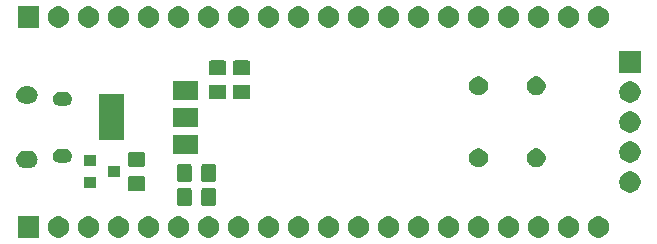
<source format=gbr>
G04 #@! TF.GenerationSoftware,KiCad,Pcbnew,(5.1.5)-3*
G04 #@! TF.CreationDate,2020-07-09T12:28:23-03:00*
G04 #@! TF.ProjectId,UFRGS PILL,55465247-5320-4504-994c-4c2e6b696361,0.1*
G04 #@! TF.SameCoordinates,Original*
G04 #@! TF.FileFunction,Soldermask,Bot*
G04 #@! TF.FilePolarity,Negative*
%FSLAX46Y46*%
G04 Gerber Fmt 4.6, Leading zero omitted, Abs format (unit mm)*
G04 Created by KiCad (PCBNEW (5.1.5)-3) date 2020-07-09 12:28:23*
%MOMM*%
%LPD*%
G04 APERTURE LIST*
%ADD10C,0.100000*%
G04 APERTURE END LIST*
D10*
G36*
X149211512Y-55745927D02*
G01*
X149360812Y-55775624D01*
X149524784Y-55843544D01*
X149672354Y-55942147D01*
X149797853Y-56067646D01*
X149896456Y-56215216D01*
X149964376Y-56379188D01*
X149999000Y-56553259D01*
X149999000Y-56730741D01*
X149964376Y-56904812D01*
X149896456Y-57068784D01*
X149797853Y-57216354D01*
X149672354Y-57341853D01*
X149524784Y-57440456D01*
X149360812Y-57508376D01*
X149211512Y-57538073D01*
X149186742Y-57543000D01*
X149009258Y-57543000D01*
X148984488Y-57538073D01*
X148835188Y-57508376D01*
X148671216Y-57440456D01*
X148523646Y-57341853D01*
X148398147Y-57216354D01*
X148299544Y-57068784D01*
X148231624Y-56904812D01*
X148197000Y-56730741D01*
X148197000Y-56553259D01*
X148231624Y-56379188D01*
X148299544Y-56215216D01*
X148398147Y-56067646D01*
X148523646Y-55942147D01*
X148671216Y-55843544D01*
X148835188Y-55775624D01*
X148984488Y-55745927D01*
X149009258Y-55741000D01*
X149186742Y-55741000D01*
X149211512Y-55745927D01*
G37*
G36*
X131431512Y-55745927D02*
G01*
X131580812Y-55775624D01*
X131744784Y-55843544D01*
X131892354Y-55942147D01*
X132017853Y-56067646D01*
X132116456Y-56215216D01*
X132184376Y-56379188D01*
X132219000Y-56553259D01*
X132219000Y-56730741D01*
X132184376Y-56904812D01*
X132116456Y-57068784D01*
X132017853Y-57216354D01*
X131892354Y-57341853D01*
X131744784Y-57440456D01*
X131580812Y-57508376D01*
X131431512Y-57538073D01*
X131406742Y-57543000D01*
X131229258Y-57543000D01*
X131204488Y-57538073D01*
X131055188Y-57508376D01*
X130891216Y-57440456D01*
X130743646Y-57341853D01*
X130618147Y-57216354D01*
X130519544Y-57068784D01*
X130451624Y-56904812D01*
X130417000Y-56730741D01*
X130417000Y-56553259D01*
X130451624Y-56379188D01*
X130519544Y-56215216D01*
X130618147Y-56067646D01*
X130743646Y-55942147D01*
X130891216Y-55843544D01*
X131055188Y-55775624D01*
X131204488Y-55745927D01*
X131229258Y-55741000D01*
X131406742Y-55741000D01*
X131431512Y-55745927D01*
G37*
G36*
X154291512Y-55745927D02*
G01*
X154440812Y-55775624D01*
X154604784Y-55843544D01*
X154752354Y-55942147D01*
X154877853Y-56067646D01*
X154976456Y-56215216D01*
X155044376Y-56379188D01*
X155079000Y-56553259D01*
X155079000Y-56730741D01*
X155044376Y-56904812D01*
X154976456Y-57068784D01*
X154877853Y-57216354D01*
X154752354Y-57341853D01*
X154604784Y-57440456D01*
X154440812Y-57508376D01*
X154291512Y-57538073D01*
X154266742Y-57543000D01*
X154089258Y-57543000D01*
X154064488Y-57538073D01*
X153915188Y-57508376D01*
X153751216Y-57440456D01*
X153603646Y-57341853D01*
X153478147Y-57216354D01*
X153379544Y-57068784D01*
X153311624Y-56904812D01*
X153277000Y-56730741D01*
X153277000Y-56553259D01*
X153311624Y-56379188D01*
X153379544Y-56215216D01*
X153478147Y-56067646D01*
X153603646Y-55942147D01*
X153751216Y-55843544D01*
X153915188Y-55775624D01*
X154064488Y-55745927D01*
X154089258Y-55741000D01*
X154266742Y-55741000D01*
X154291512Y-55745927D01*
G37*
G36*
X146671512Y-55745927D02*
G01*
X146820812Y-55775624D01*
X146984784Y-55843544D01*
X147132354Y-55942147D01*
X147257853Y-56067646D01*
X147356456Y-56215216D01*
X147424376Y-56379188D01*
X147459000Y-56553259D01*
X147459000Y-56730741D01*
X147424376Y-56904812D01*
X147356456Y-57068784D01*
X147257853Y-57216354D01*
X147132354Y-57341853D01*
X146984784Y-57440456D01*
X146820812Y-57508376D01*
X146671512Y-57538073D01*
X146646742Y-57543000D01*
X146469258Y-57543000D01*
X146444488Y-57538073D01*
X146295188Y-57508376D01*
X146131216Y-57440456D01*
X145983646Y-57341853D01*
X145858147Y-57216354D01*
X145759544Y-57068784D01*
X145691624Y-56904812D01*
X145657000Y-56730741D01*
X145657000Y-56553259D01*
X145691624Y-56379188D01*
X145759544Y-56215216D01*
X145858147Y-56067646D01*
X145983646Y-55942147D01*
X146131216Y-55843544D01*
X146295188Y-55775624D01*
X146444488Y-55745927D01*
X146469258Y-55741000D01*
X146646742Y-55741000D01*
X146671512Y-55745927D01*
G37*
G36*
X144131512Y-55745927D02*
G01*
X144280812Y-55775624D01*
X144444784Y-55843544D01*
X144592354Y-55942147D01*
X144717853Y-56067646D01*
X144816456Y-56215216D01*
X144884376Y-56379188D01*
X144919000Y-56553259D01*
X144919000Y-56730741D01*
X144884376Y-56904812D01*
X144816456Y-57068784D01*
X144717853Y-57216354D01*
X144592354Y-57341853D01*
X144444784Y-57440456D01*
X144280812Y-57508376D01*
X144131512Y-57538073D01*
X144106742Y-57543000D01*
X143929258Y-57543000D01*
X143904488Y-57538073D01*
X143755188Y-57508376D01*
X143591216Y-57440456D01*
X143443646Y-57341853D01*
X143318147Y-57216354D01*
X143219544Y-57068784D01*
X143151624Y-56904812D01*
X143117000Y-56730741D01*
X143117000Y-56553259D01*
X143151624Y-56379188D01*
X143219544Y-56215216D01*
X143318147Y-56067646D01*
X143443646Y-55942147D01*
X143591216Y-55843544D01*
X143755188Y-55775624D01*
X143904488Y-55745927D01*
X143929258Y-55741000D01*
X144106742Y-55741000D01*
X144131512Y-55745927D01*
G37*
G36*
X141591512Y-55745927D02*
G01*
X141740812Y-55775624D01*
X141904784Y-55843544D01*
X142052354Y-55942147D01*
X142177853Y-56067646D01*
X142276456Y-56215216D01*
X142344376Y-56379188D01*
X142379000Y-56553259D01*
X142379000Y-56730741D01*
X142344376Y-56904812D01*
X142276456Y-57068784D01*
X142177853Y-57216354D01*
X142052354Y-57341853D01*
X141904784Y-57440456D01*
X141740812Y-57508376D01*
X141591512Y-57538073D01*
X141566742Y-57543000D01*
X141389258Y-57543000D01*
X141364488Y-57538073D01*
X141215188Y-57508376D01*
X141051216Y-57440456D01*
X140903646Y-57341853D01*
X140778147Y-57216354D01*
X140679544Y-57068784D01*
X140611624Y-56904812D01*
X140577000Y-56730741D01*
X140577000Y-56553259D01*
X140611624Y-56379188D01*
X140679544Y-56215216D01*
X140778147Y-56067646D01*
X140903646Y-55942147D01*
X141051216Y-55843544D01*
X141215188Y-55775624D01*
X141364488Y-55745927D01*
X141389258Y-55741000D01*
X141566742Y-55741000D01*
X141591512Y-55745927D01*
G37*
G36*
X139051512Y-55745927D02*
G01*
X139200812Y-55775624D01*
X139364784Y-55843544D01*
X139512354Y-55942147D01*
X139637853Y-56067646D01*
X139736456Y-56215216D01*
X139804376Y-56379188D01*
X139839000Y-56553259D01*
X139839000Y-56730741D01*
X139804376Y-56904812D01*
X139736456Y-57068784D01*
X139637853Y-57216354D01*
X139512354Y-57341853D01*
X139364784Y-57440456D01*
X139200812Y-57508376D01*
X139051512Y-57538073D01*
X139026742Y-57543000D01*
X138849258Y-57543000D01*
X138824488Y-57538073D01*
X138675188Y-57508376D01*
X138511216Y-57440456D01*
X138363646Y-57341853D01*
X138238147Y-57216354D01*
X138139544Y-57068784D01*
X138071624Y-56904812D01*
X138037000Y-56730741D01*
X138037000Y-56553259D01*
X138071624Y-56379188D01*
X138139544Y-56215216D01*
X138238147Y-56067646D01*
X138363646Y-55942147D01*
X138511216Y-55843544D01*
X138675188Y-55775624D01*
X138824488Y-55745927D01*
X138849258Y-55741000D01*
X139026742Y-55741000D01*
X139051512Y-55745927D01*
G37*
G36*
X136511512Y-55745927D02*
G01*
X136660812Y-55775624D01*
X136824784Y-55843544D01*
X136972354Y-55942147D01*
X137097853Y-56067646D01*
X137196456Y-56215216D01*
X137264376Y-56379188D01*
X137299000Y-56553259D01*
X137299000Y-56730741D01*
X137264376Y-56904812D01*
X137196456Y-57068784D01*
X137097853Y-57216354D01*
X136972354Y-57341853D01*
X136824784Y-57440456D01*
X136660812Y-57508376D01*
X136511512Y-57538073D01*
X136486742Y-57543000D01*
X136309258Y-57543000D01*
X136284488Y-57538073D01*
X136135188Y-57508376D01*
X135971216Y-57440456D01*
X135823646Y-57341853D01*
X135698147Y-57216354D01*
X135599544Y-57068784D01*
X135531624Y-56904812D01*
X135497000Y-56730741D01*
X135497000Y-56553259D01*
X135531624Y-56379188D01*
X135599544Y-56215216D01*
X135698147Y-56067646D01*
X135823646Y-55942147D01*
X135971216Y-55843544D01*
X136135188Y-55775624D01*
X136284488Y-55745927D01*
X136309258Y-55741000D01*
X136486742Y-55741000D01*
X136511512Y-55745927D01*
G37*
G36*
X133971512Y-55745927D02*
G01*
X134120812Y-55775624D01*
X134284784Y-55843544D01*
X134432354Y-55942147D01*
X134557853Y-56067646D01*
X134656456Y-56215216D01*
X134724376Y-56379188D01*
X134759000Y-56553259D01*
X134759000Y-56730741D01*
X134724376Y-56904812D01*
X134656456Y-57068784D01*
X134557853Y-57216354D01*
X134432354Y-57341853D01*
X134284784Y-57440456D01*
X134120812Y-57508376D01*
X133971512Y-57538073D01*
X133946742Y-57543000D01*
X133769258Y-57543000D01*
X133744488Y-57538073D01*
X133595188Y-57508376D01*
X133431216Y-57440456D01*
X133283646Y-57341853D01*
X133158147Y-57216354D01*
X133059544Y-57068784D01*
X132991624Y-56904812D01*
X132957000Y-56730741D01*
X132957000Y-56553259D01*
X132991624Y-56379188D01*
X133059544Y-56215216D01*
X133158147Y-56067646D01*
X133283646Y-55942147D01*
X133431216Y-55843544D01*
X133595188Y-55775624D01*
X133744488Y-55745927D01*
X133769258Y-55741000D01*
X133946742Y-55741000D01*
X133971512Y-55745927D01*
G37*
G36*
X151751512Y-55745927D02*
G01*
X151900812Y-55775624D01*
X152064784Y-55843544D01*
X152212354Y-55942147D01*
X152337853Y-56067646D01*
X152436456Y-56215216D01*
X152504376Y-56379188D01*
X152539000Y-56553259D01*
X152539000Y-56730741D01*
X152504376Y-56904812D01*
X152436456Y-57068784D01*
X152337853Y-57216354D01*
X152212354Y-57341853D01*
X152064784Y-57440456D01*
X151900812Y-57508376D01*
X151751512Y-57538073D01*
X151726742Y-57543000D01*
X151549258Y-57543000D01*
X151524488Y-57538073D01*
X151375188Y-57508376D01*
X151211216Y-57440456D01*
X151063646Y-57341853D01*
X150938147Y-57216354D01*
X150839544Y-57068784D01*
X150771624Y-56904812D01*
X150737000Y-56730741D01*
X150737000Y-56553259D01*
X150771624Y-56379188D01*
X150839544Y-56215216D01*
X150938147Y-56067646D01*
X151063646Y-55942147D01*
X151211216Y-55843544D01*
X151375188Y-55775624D01*
X151524488Y-55745927D01*
X151549258Y-55741000D01*
X151726742Y-55741000D01*
X151751512Y-55745927D01*
G37*
G36*
X126351512Y-55745927D02*
G01*
X126500812Y-55775624D01*
X126664784Y-55843544D01*
X126812354Y-55942147D01*
X126937853Y-56067646D01*
X127036456Y-56215216D01*
X127104376Y-56379188D01*
X127139000Y-56553259D01*
X127139000Y-56730741D01*
X127104376Y-56904812D01*
X127036456Y-57068784D01*
X126937853Y-57216354D01*
X126812354Y-57341853D01*
X126664784Y-57440456D01*
X126500812Y-57508376D01*
X126351512Y-57538073D01*
X126326742Y-57543000D01*
X126149258Y-57543000D01*
X126124488Y-57538073D01*
X125975188Y-57508376D01*
X125811216Y-57440456D01*
X125663646Y-57341853D01*
X125538147Y-57216354D01*
X125439544Y-57068784D01*
X125371624Y-56904812D01*
X125337000Y-56730741D01*
X125337000Y-56553259D01*
X125371624Y-56379188D01*
X125439544Y-56215216D01*
X125538147Y-56067646D01*
X125663646Y-55942147D01*
X125811216Y-55843544D01*
X125975188Y-55775624D01*
X126124488Y-55745927D01*
X126149258Y-55741000D01*
X126326742Y-55741000D01*
X126351512Y-55745927D01*
G37*
G36*
X106819000Y-57543000D02*
G01*
X105017000Y-57543000D01*
X105017000Y-55741000D01*
X106819000Y-55741000D01*
X106819000Y-57543000D01*
G37*
G36*
X108571512Y-55745927D02*
G01*
X108720812Y-55775624D01*
X108884784Y-55843544D01*
X109032354Y-55942147D01*
X109157853Y-56067646D01*
X109256456Y-56215216D01*
X109324376Y-56379188D01*
X109359000Y-56553259D01*
X109359000Y-56730741D01*
X109324376Y-56904812D01*
X109256456Y-57068784D01*
X109157853Y-57216354D01*
X109032354Y-57341853D01*
X108884784Y-57440456D01*
X108720812Y-57508376D01*
X108571512Y-57538073D01*
X108546742Y-57543000D01*
X108369258Y-57543000D01*
X108344488Y-57538073D01*
X108195188Y-57508376D01*
X108031216Y-57440456D01*
X107883646Y-57341853D01*
X107758147Y-57216354D01*
X107659544Y-57068784D01*
X107591624Y-56904812D01*
X107557000Y-56730741D01*
X107557000Y-56553259D01*
X107591624Y-56379188D01*
X107659544Y-56215216D01*
X107758147Y-56067646D01*
X107883646Y-55942147D01*
X108031216Y-55843544D01*
X108195188Y-55775624D01*
X108344488Y-55745927D01*
X108369258Y-55741000D01*
X108546742Y-55741000D01*
X108571512Y-55745927D01*
G37*
G36*
X111111512Y-55745927D02*
G01*
X111260812Y-55775624D01*
X111424784Y-55843544D01*
X111572354Y-55942147D01*
X111697853Y-56067646D01*
X111796456Y-56215216D01*
X111864376Y-56379188D01*
X111899000Y-56553259D01*
X111899000Y-56730741D01*
X111864376Y-56904812D01*
X111796456Y-57068784D01*
X111697853Y-57216354D01*
X111572354Y-57341853D01*
X111424784Y-57440456D01*
X111260812Y-57508376D01*
X111111512Y-57538073D01*
X111086742Y-57543000D01*
X110909258Y-57543000D01*
X110884488Y-57538073D01*
X110735188Y-57508376D01*
X110571216Y-57440456D01*
X110423646Y-57341853D01*
X110298147Y-57216354D01*
X110199544Y-57068784D01*
X110131624Y-56904812D01*
X110097000Y-56730741D01*
X110097000Y-56553259D01*
X110131624Y-56379188D01*
X110199544Y-56215216D01*
X110298147Y-56067646D01*
X110423646Y-55942147D01*
X110571216Y-55843544D01*
X110735188Y-55775624D01*
X110884488Y-55745927D01*
X110909258Y-55741000D01*
X111086742Y-55741000D01*
X111111512Y-55745927D01*
G37*
G36*
X113651512Y-55745927D02*
G01*
X113800812Y-55775624D01*
X113964784Y-55843544D01*
X114112354Y-55942147D01*
X114237853Y-56067646D01*
X114336456Y-56215216D01*
X114404376Y-56379188D01*
X114439000Y-56553259D01*
X114439000Y-56730741D01*
X114404376Y-56904812D01*
X114336456Y-57068784D01*
X114237853Y-57216354D01*
X114112354Y-57341853D01*
X113964784Y-57440456D01*
X113800812Y-57508376D01*
X113651512Y-57538073D01*
X113626742Y-57543000D01*
X113449258Y-57543000D01*
X113424488Y-57538073D01*
X113275188Y-57508376D01*
X113111216Y-57440456D01*
X112963646Y-57341853D01*
X112838147Y-57216354D01*
X112739544Y-57068784D01*
X112671624Y-56904812D01*
X112637000Y-56730741D01*
X112637000Y-56553259D01*
X112671624Y-56379188D01*
X112739544Y-56215216D01*
X112838147Y-56067646D01*
X112963646Y-55942147D01*
X113111216Y-55843544D01*
X113275188Y-55775624D01*
X113424488Y-55745927D01*
X113449258Y-55741000D01*
X113626742Y-55741000D01*
X113651512Y-55745927D01*
G37*
G36*
X118731512Y-55745927D02*
G01*
X118880812Y-55775624D01*
X119044784Y-55843544D01*
X119192354Y-55942147D01*
X119317853Y-56067646D01*
X119416456Y-56215216D01*
X119484376Y-56379188D01*
X119519000Y-56553259D01*
X119519000Y-56730741D01*
X119484376Y-56904812D01*
X119416456Y-57068784D01*
X119317853Y-57216354D01*
X119192354Y-57341853D01*
X119044784Y-57440456D01*
X118880812Y-57508376D01*
X118731512Y-57538073D01*
X118706742Y-57543000D01*
X118529258Y-57543000D01*
X118504488Y-57538073D01*
X118355188Y-57508376D01*
X118191216Y-57440456D01*
X118043646Y-57341853D01*
X117918147Y-57216354D01*
X117819544Y-57068784D01*
X117751624Y-56904812D01*
X117717000Y-56730741D01*
X117717000Y-56553259D01*
X117751624Y-56379188D01*
X117819544Y-56215216D01*
X117918147Y-56067646D01*
X118043646Y-55942147D01*
X118191216Y-55843544D01*
X118355188Y-55775624D01*
X118504488Y-55745927D01*
X118529258Y-55741000D01*
X118706742Y-55741000D01*
X118731512Y-55745927D01*
G37*
G36*
X128891512Y-55745927D02*
G01*
X129040812Y-55775624D01*
X129204784Y-55843544D01*
X129352354Y-55942147D01*
X129477853Y-56067646D01*
X129576456Y-56215216D01*
X129644376Y-56379188D01*
X129679000Y-56553259D01*
X129679000Y-56730741D01*
X129644376Y-56904812D01*
X129576456Y-57068784D01*
X129477853Y-57216354D01*
X129352354Y-57341853D01*
X129204784Y-57440456D01*
X129040812Y-57508376D01*
X128891512Y-57538073D01*
X128866742Y-57543000D01*
X128689258Y-57543000D01*
X128664488Y-57538073D01*
X128515188Y-57508376D01*
X128351216Y-57440456D01*
X128203646Y-57341853D01*
X128078147Y-57216354D01*
X127979544Y-57068784D01*
X127911624Y-56904812D01*
X127877000Y-56730741D01*
X127877000Y-56553259D01*
X127911624Y-56379188D01*
X127979544Y-56215216D01*
X128078147Y-56067646D01*
X128203646Y-55942147D01*
X128351216Y-55843544D01*
X128515188Y-55775624D01*
X128664488Y-55745927D01*
X128689258Y-55741000D01*
X128866742Y-55741000D01*
X128891512Y-55745927D01*
G37*
G36*
X123811512Y-55745927D02*
G01*
X123960812Y-55775624D01*
X124124784Y-55843544D01*
X124272354Y-55942147D01*
X124397853Y-56067646D01*
X124496456Y-56215216D01*
X124564376Y-56379188D01*
X124599000Y-56553259D01*
X124599000Y-56730741D01*
X124564376Y-56904812D01*
X124496456Y-57068784D01*
X124397853Y-57216354D01*
X124272354Y-57341853D01*
X124124784Y-57440456D01*
X123960812Y-57508376D01*
X123811512Y-57538073D01*
X123786742Y-57543000D01*
X123609258Y-57543000D01*
X123584488Y-57538073D01*
X123435188Y-57508376D01*
X123271216Y-57440456D01*
X123123646Y-57341853D01*
X122998147Y-57216354D01*
X122899544Y-57068784D01*
X122831624Y-56904812D01*
X122797000Y-56730741D01*
X122797000Y-56553259D01*
X122831624Y-56379188D01*
X122899544Y-56215216D01*
X122998147Y-56067646D01*
X123123646Y-55942147D01*
X123271216Y-55843544D01*
X123435188Y-55775624D01*
X123584488Y-55745927D01*
X123609258Y-55741000D01*
X123786742Y-55741000D01*
X123811512Y-55745927D01*
G37*
G36*
X121271512Y-55745927D02*
G01*
X121420812Y-55775624D01*
X121584784Y-55843544D01*
X121732354Y-55942147D01*
X121857853Y-56067646D01*
X121956456Y-56215216D01*
X122024376Y-56379188D01*
X122059000Y-56553259D01*
X122059000Y-56730741D01*
X122024376Y-56904812D01*
X121956456Y-57068784D01*
X121857853Y-57216354D01*
X121732354Y-57341853D01*
X121584784Y-57440456D01*
X121420812Y-57508376D01*
X121271512Y-57538073D01*
X121246742Y-57543000D01*
X121069258Y-57543000D01*
X121044488Y-57538073D01*
X120895188Y-57508376D01*
X120731216Y-57440456D01*
X120583646Y-57341853D01*
X120458147Y-57216354D01*
X120359544Y-57068784D01*
X120291624Y-56904812D01*
X120257000Y-56730741D01*
X120257000Y-56553259D01*
X120291624Y-56379188D01*
X120359544Y-56215216D01*
X120458147Y-56067646D01*
X120583646Y-55942147D01*
X120731216Y-55843544D01*
X120895188Y-55775624D01*
X121044488Y-55745927D01*
X121069258Y-55741000D01*
X121246742Y-55741000D01*
X121271512Y-55745927D01*
G37*
G36*
X116191512Y-55745927D02*
G01*
X116340812Y-55775624D01*
X116504784Y-55843544D01*
X116652354Y-55942147D01*
X116777853Y-56067646D01*
X116876456Y-56215216D01*
X116944376Y-56379188D01*
X116979000Y-56553259D01*
X116979000Y-56730741D01*
X116944376Y-56904812D01*
X116876456Y-57068784D01*
X116777853Y-57216354D01*
X116652354Y-57341853D01*
X116504784Y-57440456D01*
X116340812Y-57508376D01*
X116191512Y-57538073D01*
X116166742Y-57543000D01*
X115989258Y-57543000D01*
X115964488Y-57538073D01*
X115815188Y-57508376D01*
X115651216Y-57440456D01*
X115503646Y-57341853D01*
X115378147Y-57216354D01*
X115279544Y-57068784D01*
X115211624Y-56904812D01*
X115177000Y-56730741D01*
X115177000Y-56553259D01*
X115211624Y-56379188D01*
X115279544Y-56215216D01*
X115378147Y-56067646D01*
X115503646Y-55942147D01*
X115651216Y-55843544D01*
X115815188Y-55775624D01*
X115964488Y-55745927D01*
X115989258Y-55741000D01*
X116166742Y-55741000D01*
X116191512Y-55745927D01*
G37*
G36*
X121630674Y-53355465D02*
G01*
X121668367Y-53366899D01*
X121703103Y-53385466D01*
X121733548Y-53410452D01*
X121758534Y-53440897D01*
X121777101Y-53475633D01*
X121788535Y-53513326D01*
X121793000Y-53558661D01*
X121793000Y-54645339D01*
X121788535Y-54690674D01*
X121777101Y-54728367D01*
X121758534Y-54763103D01*
X121733548Y-54793548D01*
X121703103Y-54818534D01*
X121668367Y-54837101D01*
X121630674Y-54848535D01*
X121585339Y-54853000D01*
X120748661Y-54853000D01*
X120703326Y-54848535D01*
X120665633Y-54837101D01*
X120630897Y-54818534D01*
X120600452Y-54793548D01*
X120575466Y-54763103D01*
X120556899Y-54728367D01*
X120545465Y-54690674D01*
X120541000Y-54645339D01*
X120541000Y-53558661D01*
X120545465Y-53513326D01*
X120556899Y-53475633D01*
X120575466Y-53440897D01*
X120600452Y-53410452D01*
X120630897Y-53385466D01*
X120665633Y-53366899D01*
X120703326Y-53355465D01*
X120748661Y-53351000D01*
X121585339Y-53351000D01*
X121630674Y-53355465D01*
G37*
G36*
X119580674Y-53355465D02*
G01*
X119618367Y-53366899D01*
X119653103Y-53385466D01*
X119683548Y-53410452D01*
X119708534Y-53440897D01*
X119727101Y-53475633D01*
X119738535Y-53513326D01*
X119743000Y-53558661D01*
X119743000Y-54645339D01*
X119738535Y-54690674D01*
X119727101Y-54728367D01*
X119708534Y-54763103D01*
X119683548Y-54793548D01*
X119653103Y-54818534D01*
X119618367Y-54837101D01*
X119580674Y-54848535D01*
X119535339Y-54853000D01*
X118698661Y-54853000D01*
X118653326Y-54848535D01*
X118615633Y-54837101D01*
X118580897Y-54818534D01*
X118550452Y-54793548D01*
X118525466Y-54763103D01*
X118506899Y-54728367D01*
X118495465Y-54690674D01*
X118491000Y-54645339D01*
X118491000Y-53558661D01*
X118495465Y-53513326D01*
X118506899Y-53475633D01*
X118525466Y-53440897D01*
X118550452Y-53410452D01*
X118580897Y-53385466D01*
X118615633Y-53366899D01*
X118653326Y-53355465D01*
X118698661Y-53351000D01*
X119535339Y-53351000D01*
X119580674Y-53355465D01*
G37*
G36*
X156958512Y-51935927D02*
G01*
X157107812Y-51965624D01*
X157271784Y-52033544D01*
X157419354Y-52132147D01*
X157544853Y-52257646D01*
X157643456Y-52405216D01*
X157711376Y-52569188D01*
X157746000Y-52743259D01*
X157746000Y-52920741D01*
X157711376Y-53094812D01*
X157643456Y-53258784D01*
X157544853Y-53406354D01*
X157419354Y-53531853D01*
X157271784Y-53630456D01*
X157107812Y-53698376D01*
X156958512Y-53728073D01*
X156933742Y-53733000D01*
X156756258Y-53733000D01*
X156731488Y-53728073D01*
X156582188Y-53698376D01*
X156418216Y-53630456D01*
X156270646Y-53531853D01*
X156145147Y-53406354D01*
X156046544Y-53258784D01*
X155978624Y-53094812D01*
X155944000Y-52920741D01*
X155944000Y-52743259D01*
X155978624Y-52569188D01*
X156046544Y-52405216D01*
X156145147Y-52257646D01*
X156270646Y-52132147D01*
X156418216Y-52033544D01*
X156582188Y-51965624D01*
X156731488Y-51935927D01*
X156756258Y-51931000D01*
X156933742Y-51931000D01*
X156958512Y-51935927D01*
G37*
G36*
X115650674Y-52346465D02*
G01*
X115688367Y-52357899D01*
X115723103Y-52376466D01*
X115753548Y-52401452D01*
X115778534Y-52431897D01*
X115797101Y-52466633D01*
X115808535Y-52504326D01*
X115813000Y-52549661D01*
X115813000Y-53386339D01*
X115808535Y-53431674D01*
X115797101Y-53469367D01*
X115778534Y-53504103D01*
X115753548Y-53534548D01*
X115723103Y-53559534D01*
X115688367Y-53578101D01*
X115650674Y-53589535D01*
X115605339Y-53594000D01*
X114518661Y-53594000D01*
X114473326Y-53589535D01*
X114435633Y-53578101D01*
X114400897Y-53559534D01*
X114370452Y-53534548D01*
X114345466Y-53504103D01*
X114326899Y-53469367D01*
X114315465Y-53431674D01*
X114311000Y-53386339D01*
X114311000Y-52549661D01*
X114315465Y-52504326D01*
X114326899Y-52466633D01*
X114345466Y-52431897D01*
X114370452Y-52401452D01*
X114400897Y-52376466D01*
X114435633Y-52357899D01*
X114473326Y-52346465D01*
X114518661Y-52342000D01*
X115605339Y-52342000D01*
X115650674Y-52346465D01*
G37*
G36*
X111642000Y-53344000D02*
G01*
X110640000Y-53344000D01*
X110640000Y-52442000D01*
X111642000Y-52442000D01*
X111642000Y-53344000D01*
G37*
G36*
X121630674Y-51323465D02*
G01*
X121668367Y-51334899D01*
X121703103Y-51353466D01*
X121733548Y-51378452D01*
X121758534Y-51408897D01*
X121777101Y-51443633D01*
X121788535Y-51481326D01*
X121793000Y-51526661D01*
X121793000Y-52613339D01*
X121788535Y-52658674D01*
X121777101Y-52696367D01*
X121758534Y-52731103D01*
X121733548Y-52761548D01*
X121703103Y-52786534D01*
X121668367Y-52805101D01*
X121630674Y-52816535D01*
X121585339Y-52821000D01*
X120748661Y-52821000D01*
X120703326Y-52816535D01*
X120665633Y-52805101D01*
X120630897Y-52786534D01*
X120600452Y-52761548D01*
X120575466Y-52731103D01*
X120556899Y-52696367D01*
X120545465Y-52658674D01*
X120541000Y-52613339D01*
X120541000Y-51526661D01*
X120545465Y-51481326D01*
X120556899Y-51443633D01*
X120575466Y-51408897D01*
X120600452Y-51378452D01*
X120630897Y-51353466D01*
X120665633Y-51334899D01*
X120703326Y-51323465D01*
X120748661Y-51319000D01*
X121585339Y-51319000D01*
X121630674Y-51323465D01*
G37*
G36*
X119580674Y-51323465D02*
G01*
X119618367Y-51334899D01*
X119653103Y-51353466D01*
X119683548Y-51378452D01*
X119708534Y-51408897D01*
X119727101Y-51443633D01*
X119738535Y-51481326D01*
X119743000Y-51526661D01*
X119743000Y-52613339D01*
X119738535Y-52658674D01*
X119727101Y-52696367D01*
X119708534Y-52731103D01*
X119683548Y-52761548D01*
X119653103Y-52786534D01*
X119618367Y-52805101D01*
X119580674Y-52816535D01*
X119535339Y-52821000D01*
X118698661Y-52821000D01*
X118653326Y-52816535D01*
X118615633Y-52805101D01*
X118580897Y-52786534D01*
X118550452Y-52761548D01*
X118525466Y-52731103D01*
X118506899Y-52696367D01*
X118495465Y-52658674D01*
X118491000Y-52613339D01*
X118491000Y-51526661D01*
X118495465Y-51481326D01*
X118506899Y-51443633D01*
X118525466Y-51408897D01*
X118550452Y-51378452D01*
X118580897Y-51353466D01*
X118615633Y-51334899D01*
X118653326Y-51323465D01*
X118698661Y-51319000D01*
X119535339Y-51319000D01*
X119580674Y-51323465D01*
G37*
G36*
X113642000Y-52394000D02*
G01*
X112640000Y-52394000D01*
X112640000Y-51492000D01*
X113642000Y-51492000D01*
X113642000Y-52394000D01*
G37*
G36*
X106024596Y-50203259D02*
G01*
X106108321Y-50211505D01*
X106245172Y-50253019D01*
X106245175Y-50253020D01*
X106371294Y-50320432D01*
X106481843Y-50411157D01*
X106572568Y-50521706D01*
X106639980Y-50647825D01*
X106639981Y-50647828D01*
X106681495Y-50784679D01*
X106695512Y-50927000D01*
X106681495Y-51069321D01*
X106666385Y-51119130D01*
X106639980Y-51206175D01*
X106572568Y-51332294D01*
X106481843Y-51442843D01*
X106371294Y-51533568D01*
X106245175Y-51600980D01*
X106245172Y-51600981D01*
X106108321Y-51642495D01*
X106037213Y-51649498D01*
X106001660Y-51653000D01*
X105580340Y-51653000D01*
X105544787Y-51649498D01*
X105473679Y-51642495D01*
X105336828Y-51600981D01*
X105336825Y-51600980D01*
X105210706Y-51533568D01*
X105100157Y-51442843D01*
X105009432Y-51332294D01*
X104942020Y-51206175D01*
X104915615Y-51119130D01*
X104900505Y-51069321D01*
X104886488Y-50927000D01*
X104900505Y-50784679D01*
X104942019Y-50647828D01*
X104942020Y-50647825D01*
X105009432Y-50521706D01*
X105100157Y-50411157D01*
X105210706Y-50320432D01*
X105336825Y-50253020D01*
X105336828Y-50253019D01*
X105473679Y-50211505D01*
X105557404Y-50203259D01*
X105580340Y-50201000D01*
X106001660Y-50201000D01*
X106024596Y-50203259D01*
G37*
G36*
X149131642Y-50029781D02*
G01*
X149277414Y-50090162D01*
X149277416Y-50090163D01*
X149408608Y-50177822D01*
X149520178Y-50289392D01*
X149601538Y-50411157D01*
X149607838Y-50420586D01*
X149668219Y-50566358D01*
X149699000Y-50721107D01*
X149699000Y-50878893D01*
X149668219Y-51033642D01*
X149616552Y-51158376D01*
X149607837Y-51179416D01*
X149520178Y-51310608D01*
X149408608Y-51422178D01*
X149277416Y-51509837D01*
X149277415Y-51509838D01*
X149277414Y-51509838D01*
X149131642Y-51570219D01*
X148976893Y-51601000D01*
X148819107Y-51601000D01*
X148664358Y-51570219D01*
X148518586Y-51509838D01*
X148518585Y-51509838D01*
X148518584Y-51509837D01*
X148387392Y-51422178D01*
X148275822Y-51310608D01*
X148188163Y-51179416D01*
X148179448Y-51158376D01*
X148127781Y-51033642D01*
X148097000Y-50878893D01*
X148097000Y-50721107D01*
X148127781Y-50566358D01*
X148188162Y-50420586D01*
X148194462Y-50411157D01*
X148275822Y-50289392D01*
X148387392Y-50177822D01*
X148518584Y-50090163D01*
X148518586Y-50090162D01*
X148664358Y-50029781D01*
X148819107Y-49999000D01*
X148976893Y-49999000D01*
X149131642Y-50029781D01*
G37*
G36*
X144251642Y-50029781D02*
G01*
X144397414Y-50090162D01*
X144397416Y-50090163D01*
X144528608Y-50177822D01*
X144640178Y-50289392D01*
X144721538Y-50411157D01*
X144727838Y-50420586D01*
X144788219Y-50566358D01*
X144819000Y-50721107D01*
X144819000Y-50878893D01*
X144788219Y-51033642D01*
X144736552Y-51158376D01*
X144727837Y-51179416D01*
X144640178Y-51310608D01*
X144528608Y-51422178D01*
X144397416Y-51509837D01*
X144397415Y-51509838D01*
X144397414Y-51509838D01*
X144251642Y-51570219D01*
X144096893Y-51601000D01*
X143939107Y-51601000D01*
X143784358Y-51570219D01*
X143638586Y-51509838D01*
X143638585Y-51509838D01*
X143638584Y-51509837D01*
X143507392Y-51422178D01*
X143395822Y-51310608D01*
X143308163Y-51179416D01*
X143299448Y-51158376D01*
X143247781Y-51033642D01*
X143217000Y-50878893D01*
X143217000Y-50721107D01*
X143247781Y-50566358D01*
X143308162Y-50420586D01*
X143314462Y-50411157D01*
X143395822Y-50289392D01*
X143507392Y-50177822D01*
X143638584Y-50090163D01*
X143638586Y-50090162D01*
X143784358Y-50029781D01*
X143939107Y-49999000D01*
X144096893Y-49999000D01*
X144251642Y-50029781D01*
G37*
G36*
X115650674Y-50296465D02*
G01*
X115688367Y-50307899D01*
X115723103Y-50326466D01*
X115753548Y-50351452D01*
X115778534Y-50381897D01*
X115797101Y-50416633D01*
X115808535Y-50454326D01*
X115813000Y-50499661D01*
X115813000Y-51336339D01*
X115808535Y-51381674D01*
X115797101Y-51419367D01*
X115778534Y-51454103D01*
X115753548Y-51484548D01*
X115723103Y-51509534D01*
X115688367Y-51528101D01*
X115650674Y-51539535D01*
X115605339Y-51544000D01*
X114518661Y-51544000D01*
X114473326Y-51539535D01*
X114435633Y-51528101D01*
X114400897Y-51509534D01*
X114370452Y-51484548D01*
X114345466Y-51454103D01*
X114326899Y-51419367D01*
X114315465Y-51381674D01*
X114311000Y-51336339D01*
X114311000Y-50499661D01*
X114315465Y-50454326D01*
X114326899Y-50416633D01*
X114345466Y-50381897D01*
X114370452Y-50351452D01*
X114400897Y-50326466D01*
X114435633Y-50307899D01*
X114473326Y-50296465D01*
X114518661Y-50292000D01*
X115605339Y-50292000D01*
X115650674Y-50296465D01*
G37*
G36*
X111642000Y-51444000D02*
G01*
X110640000Y-51444000D01*
X110640000Y-50542000D01*
X111642000Y-50542000D01*
X111642000Y-51444000D01*
G37*
G36*
X109108818Y-50024696D02*
G01*
X109222105Y-50059062D01*
X109326512Y-50114869D01*
X109418027Y-50189973D01*
X109493131Y-50281488D01*
X109548938Y-50385895D01*
X109583304Y-50499182D01*
X109594907Y-50617000D01*
X109583304Y-50734818D01*
X109548938Y-50848105D01*
X109493131Y-50952512D01*
X109418027Y-51044027D01*
X109326512Y-51119131D01*
X109222105Y-51174938D01*
X109108818Y-51209304D01*
X109020519Y-51218000D01*
X108561481Y-51218000D01*
X108473182Y-51209304D01*
X108359895Y-51174938D01*
X108255488Y-51119131D01*
X108163973Y-51044027D01*
X108088869Y-50952512D01*
X108033062Y-50848105D01*
X107998696Y-50734818D01*
X107987093Y-50617000D01*
X107998696Y-50499182D01*
X108033062Y-50385895D01*
X108088869Y-50281488D01*
X108163973Y-50189973D01*
X108255488Y-50114869D01*
X108359895Y-50059062D01*
X108473182Y-50024696D01*
X108561481Y-50016000D01*
X109020519Y-50016000D01*
X109108818Y-50024696D01*
G37*
G36*
X156958512Y-49395927D02*
G01*
X157107812Y-49425624D01*
X157271784Y-49493544D01*
X157419354Y-49592147D01*
X157544853Y-49717646D01*
X157643456Y-49865216D01*
X157711376Y-50029188D01*
X157746000Y-50203259D01*
X157746000Y-50380741D01*
X157711376Y-50554812D01*
X157643456Y-50718784D01*
X157544853Y-50866354D01*
X157419354Y-50991853D01*
X157271784Y-51090456D01*
X157107812Y-51158376D01*
X156958512Y-51188073D01*
X156933742Y-51193000D01*
X156756258Y-51193000D01*
X156731488Y-51188073D01*
X156582188Y-51158376D01*
X156418216Y-51090456D01*
X156270646Y-50991853D01*
X156145147Y-50866354D01*
X156046544Y-50718784D01*
X155978624Y-50554812D01*
X155944000Y-50380741D01*
X155944000Y-50203259D01*
X155978624Y-50029188D01*
X156046544Y-49865216D01*
X156145147Y-49717646D01*
X156270646Y-49592147D01*
X156418216Y-49493544D01*
X156582188Y-49425624D01*
X156731488Y-49395927D01*
X156756258Y-49391000D01*
X156933742Y-49391000D01*
X156958512Y-49395927D01*
G37*
G36*
X120279000Y-50472000D02*
G01*
X118177000Y-50472000D01*
X118177000Y-48870000D01*
X120279000Y-48870000D01*
X120279000Y-50472000D01*
G37*
G36*
X113979000Y-49322000D02*
G01*
X111877000Y-49322000D01*
X111877000Y-45420000D01*
X113979000Y-45420000D01*
X113979000Y-49322000D01*
G37*
G36*
X156958512Y-46855927D02*
G01*
X157107812Y-46885624D01*
X157271784Y-46953544D01*
X157419354Y-47052147D01*
X157544853Y-47177646D01*
X157643456Y-47325216D01*
X157711376Y-47489188D01*
X157746000Y-47663259D01*
X157746000Y-47840741D01*
X157711376Y-48014812D01*
X157643456Y-48178784D01*
X157544853Y-48326354D01*
X157419354Y-48451853D01*
X157271784Y-48550456D01*
X157107812Y-48618376D01*
X156958512Y-48648073D01*
X156933742Y-48653000D01*
X156756258Y-48653000D01*
X156731488Y-48648073D01*
X156582188Y-48618376D01*
X156418216Y-48550456D01*
X156270646Y-48451853D01*
X156145147Y-48326354D01*
X156046544Y-48178784D01*
X155978624Y-48014812D01*
X155944000Y-47840741D01*
X155944000Y-47663259D01*
X155978624Y-47489188D01*
X156046544Y-47325216D01*
X156145147Y-47177646D01*
X156270646Y-47052147D01*
X156418216Y-46953544D01*
X156582188Y-46885624D01*
X156731488Y-46855927D01*
X156756258Y-46851000D01*
X156933742Y-46851000D01*
X156958512Y-46855927D01*
G37*
G36*
X120279000Y-48172000D02*
G01*
X118177000Y-48172000D01*
X118177000Y-46570000D01*
X120279000Y-46570000D01*
X120279000Y-48172000D01*
G37*
G36*
X109108818Y-45184696D02*
G01*
X109222105Y-45219062D01*
X109326512Y-45274869D01*
X109418027Y-45349973D01*
X109493131Y-45441488D01*
X109548938Y-45545895D01*
X109583304Y-45659182D01*
X109594907Y-45777000D01*
X109583304Y-45894818D01*
X109548938Y-46008105D01*
X109493131Y-46112512D01*
X109418027Y-46204027D01*
X109326512Y-46279131D01*
X109222105Y-46334938D01*
X109108818Y-46369304D01*
X109020519Y-46378000D01*
X108561481Y-46378000D01*
X108473182Y-46369304D01*
X108359895Y-46334938D01*
X108255488Y-46279131D01*
X108163973Y-46204027D01*
X108088869Y-46112512D01*
X108033062Y-46008105D01*
X107998696Y-45894818D01*
X107987093Y-45777000D01*
X107998696Y-45659182D01*
X108033062Y-45545895D01*
X108088869Y-45441488D01*
X108163973Y-45349973D01*
X108255488Y-45274869D01*
X108359895Y-45219062D01*
X108473182Y-45184696D01*
X108561481Y-45176000D01*
X109020519Y-45176000D01*
X109108818Y-45184696D01*
G37*
G36*
X106037213Y-44744502D02*
G01*
X106108321Y-44751505D01*
X106245172Y-44793019D01*
X106245175Y-44793020D01*
X106371294Y-44860432D01*
X106481843Y-44951157D01*
X106572568Y-45061706D01*
X106639980Y-45187825D01*
X106639981Y-45187828D01*
X106681495Y-45324679D01*
X106695512Y-45467000D01*
X106681495Y-45609321D01*
X106647202Y-45722367D01*
X106639980Y-45746175D01*
X106572568Y-45872294D01*
X106481843Y-45982843D01*
X106371294Y-46073568D01*
X106245175Y-46140980D01*
X106245172Y-46140981D01*
X106108321Y-46182495D01*
X106037213Y-46189498D01*
X106001660Y-46193000D01*
X105580340Y-46193000D01*
X105544787Y-46189498D01*
X105473679Y-46182495D01*
X105336828Y-46140981D01*
X105336825Y-46140980D01*
X105210706Y-46073568D01*
X105100157Y-45982843D01*
X105009432Y-45872294D01*
X104942020Y-45746175D01*
X104934798Y-45722367D01*
X104900505Y-45609321D01*
X104886488Y-45467000D01*
X104900505Y-45324679D01*
X104942019Y-45187828D01*
X104942020Y-45187825D01*
X105009432Y-45061706D01*
X105100157Y-44951157D01*
X105210706Y-44860432D01*
X105336825Y-44793020D01*
X105336828Y-44793019D01*
X105473679Y-44751505D01*
X105544787Y-44744502D01*
X105580340Y-44741000D01*
X106001660Y-44741000D01*
X106037213Y-44744502D01*
G37*
G36*
X156958512Y-44315927D02*
G01*
X157107812Y-44345624D01*
X157271784Y-44413544D01*
X157419354Y-44512147D01*
X157544853Y-44637646D01*
X157643456Y-44785216D01*
X157711376Y-44949188D01*
X157746000Y-45123259D01*
X157746000Y-45300741D01*
X157711376Y-45474812D01*
X157643456Y-45638784D01*
X157544853Y-45786354D01*
X157419354Y-45911853D01*
X157271784Y-46010456D01*
X157107812Y-46078376D01*
X156958512Y-46108073D01*
X156933742Y-46113000D01*
X156756258Y-46113000D01*
X156731488Y-46108073D01*
X156582188Y-46078376D01*
X156418216Y-46010456D01*
X156270646Y-45911853D01*
X156145147Y-45786354D01*
X156046544Y-45638784D01*
X155978624Y-45474812D01*
X155944000Y-45300741D01*
X155944000Y-45123259D01*
X155978624Y-44949188D01*
X156046544Y-44785216D01*
X156145147Y-44637646D01*
X156270646Y-44512147D01*
X156418216Y-44413544D01*
X156582188Y-44345624D01*
X156731488Y-44315927D01*
X156756258Y-44311000D01*
X156933742Y-44311000D01*
X156958512Y-44315927D01*
G37*
G36*
X120279000Y-45872000D02*
G01*
X118177000Y-45872000D01*
X118177000Y-44270000D01*
X120279000Y-44270000D01*
X120279000Y-45872000D01*
G37*
G36*
X124540674Y-44599465D02*
G01*
X124578367Y-44610899D01*
X124613103Y-44629466D01*
X124643548Y-44654452D01*
X124668534Y-44684897D01*
X124687101Y-44719633D01*
X124698535Y-44757326D01*
X124703000Y-44802661D01*
X124703000Y-45639339D01*
X124698535Y-45684674D01*
X124687101Y-45722367D01*
X124668534Y-45757103D01*
X124643548Y-45787548D01*
X124613103Y-45812534D01*
X124578367Y-45831101D01*
X124540674Y-45842535D01*
X124495339Y-45847000D01*
X123408661Y-45847000D01*
X123363326Y-45842535D01*
X123325633Y-45831101D01*
X123290897Y-45812534D01*
X123260452Y-45787548D01*
X123235466Y-45757103D01*
X123216899Y-45722367D01*
X123205465Y-45684674D01*
X123201000Y-45639339D01*
X123201000Y-44802661D01*
X123205465Y-44757326D01*
X123216899Y-44719633D01*
X123235466Y-44684897D01*
X123260452Y-44654452D01*
X123290897Y-44629466D01*
X123325633Y-44610899D01*
X123363326Y-44599465D01*
X123408661Y-44595000D01*
X124495339Y-44595000D01*
X124540674Y-44599465D01*
G37*
G36*
X122508674Y-44599465D02*
G01*
X122546367Y-44610899D01*
X122581103Y-44629466D01*
X122611548Y-44654452D01*
X122636534Y-44684897D01*
X122655101Y-44719633D01*
X122666535Y-44757326D01*
X122671000Y-44802661D01*
X122671000Y-45639339D01*
X122666535Y-45684674D01*
X122655101Y-45722367D01*
X122636534Y-45757103D01*
X122611548Y-45787548D01*
X122581103Y-45812534D01*
X122546367Y-45831101D01*
X122508674Y-45842535D01*
X122463339Y-45847000D01*
X121376661Y-45847000D01*
X121331326Y-45842535D01*
X121293633Y-45831101D01*
X121258897Y-45812534D01*
X121228452Y-45787548D01*
X121203466Y-45757103D01*
X121184899Y-45722367D01*
X121173465Y-45684674D01*
X121169000Y-45639339D01*
X121169000Y-44802661D01*
X121173465Y-44757326D01*
X121184899Y-44719633D01*
X121203466Y-44684897D01*
X121228452Y-44654452D01*
X121258897Y-44629466D01*
X121293633Y-44610899D01*
X121331326Y-44599465D01*
X121376661Y-44595000D01*
X122463339Y-44595000D01*
X122508674Y-44599465D01*
G37*
G36*
X149131642Y-43933781D02*
G01*
X149277414Y-43994162D01*
X149277416Y-43994163D01*
X149408608Y-44081822D01*
X149520178Y-44193392D01*
X149607837Y-44324584D01*
X149607838Y-44324586D01*
X149668219Y-44470358D01*
X149699000Y-44625107D01*
X149699000Y-44782893D01*
X149668219Y-44937642D01*
X149616830Y-45061705D01*
X149607837Y-45083416D01*
X149520178Y-45214608D01*
X149408608Y-45326178D01*
X149277416Y-45413837D01*
X149277415Y-45413838D01*
X149277414Y-45413838D01*
X149131642Y-45474219D01*
X148976893Y-45505000D01*
X148819107Y-45505000D01*
X148664358Y-45474219D01*
X148518586Y-45413838D01*
X148518585Y-45413838D01*
X148518584Y-45413837D01*
X148387392Y-45326178D01*
X148275822Y-45214608D01*
X148188163Y-45083416D01*
X148179170Y-45061705D01*
X148127781Y-44937642D01*
X148097000Y-44782893D01*
X148097000Y-44625107D01*
X148127781Y-44470358D01*
X148188162Y-44324586D01*
X148188163Y-44324584D01*
X148275822Y-44193392D01*
X148387392Y-44081822D01*
X148518584Y-43994163D01*
X148518586Y-43994162D01*
X148664358Y-43933781D01*
X148819107Y-43903000D01*
X148976893Y-43903000D01*
X149131642Y-43933781D01*
G37*
G36*
X144251642Y-43933781D02*
G01*
X144397414Y-43994162D01*
X144397416Y-43994163D01*
X144528608Y-44081822D01*
X144640178Y-44193392D01*
X144727837Y-44324584D01*
X144727838Y-44324586D01*
X144788219Y-44470358D01*
X144819000Y-44625107D01*
X144819000Y-44782893D01*
X144788219Y-44937642D01*
X144736830Y-45061705D01*
X144727837Y-45083416D01*
X144640178Y-45214608D01*
X144528608Y-45326178D01*
X144397416Y-45413837D01*
X144397415Y-45413838D01*
X144397414Y-45413838D01*
X144251642Y-45474219D01*
X144096893Y-45505000D01*
X143939107Y-45505000D01*
X143784358Y-45474219D01*
X143638586Y-45413838D01*
X143638585Y-45413838D01*
X143638584Y-45413837D01*
X143507392Y-45326178D01*
X143395822Y-45214608D01*
X143308163Y-45083416D01*
X143299170Y-45061705D01*
X143247781Y-44937642D01*
X143217000Y-44782893D01*
X143217000Y-44625107D01*
X143247781Y-44470358D01*
X143308162Y-44324586D01*
X143308163Y-44324584D01*
X143395822Y-44193392D01*
X143507392Y-44081822D01*
X143638584Y-43994163D01*
X143638586Y-43994162D01*
X143784358Y-43933781D01*
X143939107Y-43903000D01*
X144096893Y-43903000D01*
X144251642Y-43933781D01*
G37*
G36*
X124540674Y-42549465D02*
G01*
X124578367Y-42560899D01*
X124613103Y-42579466D01*
X124643548Y-42604452D01*
X124668534Y-42634897D01*
X124687101Y-42669633D01*
X124698535Y-42707326D01*
X124703000Y-42752661D01*
X124703000Y-43589339D01*
X124698535Y-43634674D01*
X124687101Y-43672367D01*
X124668534Y-43707103D01*
X124643548Y-43737548D01*
X124613103Y-43762534D01*
X124578367Y-43781101D01*
X124540674Y-43792535D01*
X124495339Y-43797000D01*
X123408661Y-43797000D01*
X123363326Y-43792535D01*
X123325633Y-43781101D01*
X123290897Y-43762534D01*
X123260452Y-43737548D01*
X123235466Y-43707103D01*
X123216899Y-43672367D01*
X123205465Y-43634674D01*
X123201000Y-43589339D01*
X123201000Y-42752661D01*
X123205465Y-42707326D01*
X123216899Y-42669633D01*
X123235466Y-42634897D01*
X123260452Y-42604452D01*
X123290897Y-42579466D01*
X123325633Y-42560899D01*
X123363326Y-42549465D01*
X123408661Y-42545000D01*
X124495339Y-42545000D01*
X124540674Y-42549465D01*
G37*
G36*
X122508674Y-42549465D02*
G01*
X122546367Y-42560899D01*
X122581103Y-42579466D01*
X122611548Y-42604452D01*
X122636534Y-42634897D01*
X122655101Y-42669633D01*
X122666535Y-42707326D01*
X122671000Y-42752661D01*
X122671000Y-43589339D01*
X122666535Y-43634674D01*
X122655101Y-43672367D01*
X122636534Y-43707103D01*
X122611548Y-43737548D01*
X122581103Y-43762534D01*
X122546367Y-43781101D01*
X122508674Y-43792535D01*
X122463339Y-43797000D01*
X121376661Y-43797000D01*
X121331326Y-43792535D01*
X121293633Y-43781101D01*
X121258897Y-43762534D01*
X121228452Y-43737548D01*
X121203466Y-43707103D01*
X121184899Y-43672367D01*
X121173465Y-43634674D01*
X121169000Y-43589339D01*
X121169000Y-42752661D01*
X121173465Y-42707326D01*
X121184899Y-42669633D01*
X121203466Y-42634897D01*
X121228452Y-42604452D01*
X121258897Y-42579466D01*
X121293633Y-42560899D01*
X121331326Y-42549465D01*
X121376661Y-42545000D01*
X122463339Y-42545000D01*
X122508674Y-42549465D01*
G37*
G36*
X157746000Y-43573000D02*
G01*
X155944000Y-43573000D01*
X155944000Y-41771000D01*
X157746000Y-41771000D01*
X157746000Y-43573000D01*
G37*
G36*
X123811512Y-37965927D02*
G01*
X123960812Y-37995624D01*
X124124784Y-38063544D01*
X124272354Y-38162147D01*
X124397853Y-38287646D01*
X124496456Y-38435216D01*
X124564376Y-38599188D01*
X124599000Y-38773259D01*
X124599000Y-38950741D01*
X124564376Y-39124812D01*
X124496456Y-39288784D01*
X124397853Y-39436354D01*
X124272354Y-39561853D01*
X124124784Y-39660456D01*
X123960812Y-39728376D01*
X123811512Y-39758073D01*
X123786742Y-39763000D01*
X123609258Y-39763000D01*
X123584488Y-39758073D01*
X123435188Y-39728376D01*
X123271216Y-39660456D01*
X123123646Y-39561853D01*
X122998147Y-39436354D01*
X122899544Y-39288784D01*
X122831624Y-39124812D01*
X122797000Y-38950741D01*
X122797000Y-38773259D01*
X122831624Y-38599188D01*
X122899544Y-38435216D01*
X122998147Y-38287646D01*
X123123646Y-38162147D01*
X123271216Y-38063544D01*
X123435188Y-37995624D01*
X123584488Y-37965927D01*
X123609258Y-37961000D01*
X123786742Y-37961000D01*
X123811512Y-37965927D01*
G37*
G36*
X139051512Y-37965927D02*
G01*
X139200812Y-37995624D01*
X139364784Y-38063544D01*
X139512354Y-38162147D01*
X139637853Y-38287646D01*
X139736456Y-38435216D01*
X139804376Y-38599188D01*
X139839000Y-38773259D01*
X139839000Y-38950741D01*
X139804376Y-39124812D01*
X139736456Y-39288784D01*
X139637853Y-39436354D01*
X139512354Y-39561853D01*
X139364784Y-39660456D01*
X139200812Y-39728376D01*
X139051512Y-39758073D01*
X139026742Y-39763000D01*
X138849258Y-39763000D01*
X138824488Y-39758073D01*
X138675188Y-39728376D01*
X138511216Y-39660456D01*
X138363646Y-39561853D01*
X138238147Y-39436354D01*
X138139544Y-39288784D01*
X138071624Y-39124812D01*
X138037000Y-38950741D01*
X138037000Y-38773259D01*
X138071624Y-38599188D01*
X138139544Y-38435216D01*
X138238147Y-38287646D01*
X138363646Y-38162147D01*
X138511216Y-38063544D01*
X138675188Y-37995624D01*
X138824488Y-37965927D01*
X138849258Y-37961000D01*
X139026742Y-37961000D01*
X139051512Y-37965927D01*
G37*
G36*
X136511512Y-37965927D02*
G01*
X136660812Y-37995624D01*
X136824784Y-38063544D01*
X136972354Y-38162147D01*
X137097853Y-38287646D01*
X137196456Y-38435216D01*
X137264376Y-38599188D01*
X137299000Y-38773259D01*
X137299000Y-38950741D01*
X137264376Y-39124812D01*
X137196456Y-39288784D01*
X137097853Y-39436354D01*
X136972354Y-39561853D01*
X136824784Y-39660456D01*
X136660812Y-39728376D01*
X136511512Y-39758073D01*
X136486742Y-39763000D01*
X136309258Y-39763000D01*
X136284488Y-39758073D01*
X136135188Y-39728376D01*
X135971216Y-39660456D01*
X135823646Y-39561853D01*
X135698147Y-39436354D01*
X135599544Y-39288784D01*
X135531624Y-39124812D01*
X135497000Y-38950741D01*
X135497000Y-38773259D01*
X135531624Y-38599188D01*
X135599544Y-38435216D01*
X135698147Y-38287646D01*
X135823646Y-38162147D01*
X135971216Y-38063544D01*
X136135188Y-37995624D01*
X136284488Y-37965927D01*
X136309258Y-37961000D01*
X136486742Y-37961000D01*
X136511512Y-37965927D01*
G37*
G36*
X133971512Y-37965927D02*
G01*
X134120812Y-37995624D01*
X134284784Y-38063544D01*
X134432354Y-38162147D01*
X134557853Y-38287646D01*
X134656456Y-38435216D01*
X134724376Y-38599188D01*
X134759000Y-38773259D01*
X134759000Y-38950741D01*
X134724376Y-39124812D01*
X134656456Y-39288784D01*
X134557853Y-39436354D01*
X134432354Y-39561853D01*
X134284784Y-39660456D01*
X134120812Y-39728376D01*
X133971512Y-39758073D01*
X133946742Y-39763000D01*
X133769258Y-39763000D01*
X133744488Y-39758073D01*
X133595188Y-39728376D01*
X133431216Y-39660456D01*
X133283646Y-39561853D01*
X133158147Y-39436354D01*
X133059544Y-39288784D01*
X132991624Y-39124812D01*
X132957000Y-38950741D01*
X132957000Y-38773259D01*
X132991624Y-38599188D01*
X133059544Y-38435216D01*
X133158147Y-38287646D01*
X133283646Y-38162147D01*
X133431216Y-38063544D01*
X133595188Y-37995624D01*
X133744488Y-37965927D01*
X133769258Y-37961000D01*
X133946742Y-37961000D01*
X133971512Y-37965927D01*
G37*
G36*
X128891512Y-37965927D02*
G01*
X129040812Y-37995624D01*
X129204784Y-38063544D01*
X129352354Y-38162147D01*
X129477853Y-38287646D01*
X129576456Y-38435216D01*
X129644376Y-38599188D01*
X129679000Y-38773259D01*
X129679000Y-38950741D01*
X129644376Y-39124812D01*
X129576456Y-39288784D01*
X129477853Y-39436354D01*
X129352354Y-39561853D01*
X129204784Y-39660456D01*
X129040812Y-39728376D01*
X128891512Y-39758073D01*
X128866742Y-39763000D01*
X128689258Y-39763000D01*
X128664488Y-39758073D01*
X128515188Y-39728376D01*
X128351216Y-39660456D01*
X128203646Y-39561853D01*
X128078147Y-39436354D01*
X127979544Y-39288784D01*
X127911624Y-39124812D01*
X127877000Y-38950741D01*
X127877000Y-38773259D01*
X127911624Y-38599188D01*
X127979544Y-38435216D01*
X128078147Y-38287646D01*
X128203646Y-38162147D01*
X128351216Y-38063544D01*
X128515188Y-37995624D01*
X128664488Y-37965927D01*
X128689258Y-37961000D01*
X128866742Y-37961000D01*
X128891512Y-37965927D01*
G37*
G36*
X126351512Y-37965927D02*
G01*
X126500812Y-37995624D01*
X126664784Y-38063544D01*
X126812354Y-38162147D01*
X126937853Y-38287646D01*
X127036456Y-38435216D01*
X127104376Y-38599188D01*
X127139000Y-38773259D01*
X127139000Y-38950741D01*
X127104376Y-39124812D01*
X127036456Y-39288784D01*
X126937853Y-39436354D01*
X126812354Y-39561853D01*
X126664784Y-39660456D01*
X126500812Y-39728376D01*
X126351512Y-39758073D01*
X126326742Y-39763000D01*
X126149258Y-39763000D01*
X126124488Y-39758073D01*
X125975188Y-39728376D01*
X125811216Y-39660456D01*
X125663646Y-39561853D01*
X125538147Y-39436354D01*
X125439544Y-39288784D01*
X125371624Y-39124812D01*
X125337000Y-38950741D01*
X125337000Y-38773259D01*
X125371624Y-38599188D01*
X125439544Y-38435216D01*
X125538147Y-38287646D01*
X125663646Y-38162147D01*
X125811216Y-38063544D01*
X125975188Y-37995624D01*
X126124488Y-37965927D01*
X126149258Y-37961000D01*
X126326742Y-37961000D01*
X126351512Y-37965927D01*
G37*
G36*
X111111512Y-37965927D02*
G01*
X111260812Y-37995624D01*
X111424784Y-38063544D01*
X111572354Y-38162147D01*
X111697853Y-38287646D01*
X111796456Y-38435216D01*
X111864376Y-38599188D01*
X111899000Y-38773259D01*
X111899000Y-38950741D01*
X111864376Y-39124812D01*
X111796456Y-39288784D01*
X111697853Y-39436354D01*
X111572354Y-39561853D01*
X111424784Y-39660456D01*
X111260812Y-39728376D01*
X111111512Y-39758073D01*
X111086742Y-39763000D01*
X110909258Y-39763000D01*
X110884488Y-39758073D01*
X110735188Y-39728376D01*
X110571216Y-39660456D01*
X110423646Y-39561853D01*
X110298147Y-39436354D01*
X110199544Y-39288784D01*
X110131624Y-39124812D01*
X110097000Y-38950741D01*
X110097000Y-38773259D01*
X110131624Y-38599188D01*
X110199544Y-38435216D01*
X110298147Y-38287646D01*
X110423646Y-38162147D01*
X110571216Y-38063544D01*
X110735188Y-37995624D01*
X110884488Y-37965927D01*
X110909258Y-37961000D01*
X111086742Y-37961000D01*
X111111512Y-37965927D01*
G37*
G36*
X113651512Y-37965927D02*
G01*
X113800812Y-37995624D01*
X113964784Y-38063544D01*
X114112354Y-38162147D01*
X114237853Y-38287646D01*
X114336456Y-38435216D01*
X114404376Y-38599188D01*
X114439000Y-38773259D01*
X114439000Y-38950741D01*
X114404376Y-39124812D01*
X114336456Y-39288784D01*
X114237853Y-39436354D01*
X114112354Y-39561853D01*
X113964784Y-39660456D01*
X113800812Y-39728376D01*
X113651512Y-39758073D01*
X113626742Y-39763000D01*
X113449258Y-39763000D01*
X113424488Y-39758073D01*
X113275188Y-39728376D01*
X113111216Y-39660456D01*
X112963646Y-39561853D01*
X112838147Y-39436354D01*
X112739544Y-39288784D01*
X112671624Y-39124812D01*
X112637000Y-38950741D01*
X112637000Y-38773259D01*
X112671624Y-38599188D01*
X112739544Y-38435216D01*
X112838147Y-38287646D01*
X112963646Y-38162147D01*
X113111216Y-38063544D01*
X113275188Y-37995624D01*
X113424488Y-37965927D01*
X113449258Y-37961000D01*
X113626742Y-37961000D01*
X113651512Y-37965927D01*
G37*
G36*
X116191512Y-37965927D02*
G01*
X116340812Y-37995624D01*
X116504784Y-38063544D01*
X116652354Y-38162147D01*
X116777853Y-38287646D01*
X116876456Y-38435216D01*
X116944376Y-38599188D01*
X116979000Y-38773259D01*
X116979000Y-38950741D01*
X116944376Y-39124812D01*
X116876456Y-39288784D01*
X116777853Y-39436354D01*
X116652354Y-39561853D01*
X116504784Y-39660456D01*
X116340812Y-39728376D01*
X116191512Y-39758073D01*
X116166742Y-39763000D01*
X115989258Y-39763000D01*
X115964488Y-39758073D01*
X115815188Y-39728376D01*
X115651216Y-39660456D01*
X115503646Y-39561853D01*
X115378147Y-39436354D01*
X115279544Y-39288784D01*
X115211624Y-39124812D01*
X115177000Y-38950741D01*
X115177000Y-38773259D01*
X115211624Y-38599188D01*
X115279544Y-38435216D01*
X115378147Y-38287646D01*
X115503646Y-38162147D01*
X115651216Y-38063544D01*
X115815188Y-37995624D01*
X115964488Y-37965927D01*
X115989258Y-37961000D01*
X116166742Y-37961000D01*
X116191512Y-37965927D01*
G37*
G36*
X118731512Y-37965927D02*
G01*
X118880812Y-37995624D01*
X119044784Y-38063544D01*
X119192354Y-38162147D01*
X119317853Y-38287646D01*
X119416456Y-38435216D01*
X119484376Y-38599188D01*
X119519000Y-38773259D01*
X119519000Y-38950741D01*
X119484376Y-39124812D01*
X119416456Y-39288784D01*
X119317853Y-39436354D01*
X119192354Y-39561853D01*
X119044784Y-39660456D01*
X118880812Y-39728376D01*
X118731512Y-39758073D01*
X118706742Y-39763000D01*
X118529258Y-39763000D01*
X118504488Y-39758073D01*
X118355188Y-39728376D01*
X118191216Y-39660456D01*
X118043646Y-39561853D01*
X117918147Y-39436354D01*
X117819544Y-39288784D01*
X117751624Y-39124812D01*
X117717000Y-38950741D01*
X117717000Y-38773259D01*
X117751624Y-38599188D01*
X117819544Y-38435216D01*
X117918147Y-38287646D01*
X118043646Y-38162147D01*
X118191216Y-38063544D01*
X118355188Y-37995624D01*
X118504488Y-37965927D01*
X118529258Y-37961000D01*
X118706742Y-37961000D01*
X118731512Y-37965927D01*
G37*
G36*
X121271512Y-37965927D02*
G01*
X121420812Y-37995624D01*
X121584784Y-38063544D01*
X121732354Y-38162147D01*
X121857853Y-38287646D01*
X121956456Y-38435216D01*
X122024376Y-38599188D01*
X122059000Y-38773259D01*
X122059000Y-38950741D01*
X122024376Y-39124812D01*
X121956456Y-39288784D01*
X121857853Y-39436354D01*
X121732354Y-39561853D01*
X121584784Y-39660456D01*
X121420812Y-39728376D01*
X121271512Y-39758073D01*
X121246742Y-39763000D01*
X121069258Y-39763000D01*
X121044488Y-39758073D01*
X120895188Y-39728376D01*
X120731216Y-39660456D01*
X120583646Y-39561853D01*
X120458147Y-39436354D01*
X120359544Y-39288784D01*
X120291624Y-39124812D01*
X120257000Y-38950741D01*
X120257000Y-38773259D01*
X120291624Y-38599188D01*
X120359544Y-38435216D01*
X120458147Y-38287646D01*
X120583646Y-38162147D01*
X120731216Y-38063544D01*
X120895188Y-37995624D01*
X121044488Y-37965927D01*
X121069258Y-37961000D01*
X121246742Y-37961000D01*
X121271512Y-37965927D01*
G37*
G36*
X108571512Y-37965927D02*
G01*
X108720812Y-37995624D01*
X108884784Y-38063544D01*
X109032354Y-38162147D01*
X109157853Y-38287646D01*
X109256456Y-38435216D01*
X109324376Y-38599188D01*
X109359000Y-38773259D01*
X109359000Y-38950741D01*
X109324376Y-39124812D01*
X109256456Y-39288784D01*
X109157853Y-39436354D01*
X109032354Y-39561853D01*
X108884784Y-39660456D01*
X108720812Y-39728376D01*
X108571512Y-39758073D01*
X108546742Y-39763000D01*
X108369258Y-39763000D01*
X108344488Y-39758073D01*
X108195188Y-39728376D01*
X108031216Y-39660456D01*
X107883646Y-39561853D01*
X107758147Y-39436354D01*
X107659544Y-39288784D01*
X107591624Y-39124812D01*
X107557000Y-38950741D01*
X107557000Y-38773259D01*
X107591624Y-38599188D01*
X107659544Y-38435216D01*
X107758147Y-38287646D01*
X107883646Y-38162147D01*
X108031216Y-38063544D01*
X108195188Y-37995624D01*
X108344488Y-37965927D01*
X108369258Y-37961000D01*
X108546742Y-37961000D01*
X108571512Y-37965927D01*
G37*
G36*
X106819000Y-39763000D02*
G01*
X105017000Y-39763000D01*
X105017000Y-37961000D01*
X106819000Y-37961000D01*
X106819000Y-39763000D01*
G37*
G36*
X131431512Y-37965927D02*
G01*
X131580812Y-37995624D01*
X131744784Y-38063544D01*
X131892354Y-38162147D01*
X132017853Y-38287646D01*
X132116456Y-38435216D01*
X132184376Y-38599188D01*
X132219000Y-38773259D01*
X132219000Y-38950741D01*
X132184376Y-39124812D01*
X132116456Y-39288784D01*
X132017853Y-39436354D01*
X131892354Y-39561853D01*
X131744784Y-39660456D01*
X131580812Y-39728376D01*
X131431512Y-39758073D01*
X131406742Y-39763000D01*
X131229258Y-39763000D01*
X131204488Y-39758073D01*
X131055188Y-39728376D01*
X130891216Y-39660456D01*
X130743646Y-39561853D01*
X130618147Y-39436354D01*
X130519544Y-39288784D01*
X130451624Y-39124812D01*
X130417000Y-38950741D01*
X130417000Y-38773259D01*
X130451624Y-38599188D01*
X130519544Y-38435216D01*
X130618147Y-38287646D01*
X130743646Y-38162147D01*
X130891216Y-38063544D01*
X131055188Y-37995624D01*
X131204488Y-37965927D01*
X131229258Y-37961000D01*
X131406742Y-37961000D01*
X131431512Y-37965927D01*
G37*
G36*
X154291512Y-37965927D02*
G01*
X154440812Y-37995624D01*
X154604784Y-38063544D01*
X154752354Y-38162147D01*
X154877853Y-38287646D01*
X154976456Y-38435216D01*
X155044376Y-38599188D01*
X155079000Y-38773259D01*
X155079000Y-38950741D01*
X155044376Y-39124812D01*
X154976456Y-39288784D01*
X154877853Y-39436354D01*
X154752354Y-39561853D01*
X154604784Y-39660456D01*
X154440812Y-39728376D01*
X154291512Y-39758073D01*
X154266742Y-39763000D01*
X154089258Y-39763000D01*
X154064488Y-39758073D01*
X153915188Y-39728376D01*
X153751216Y-39660456D01*
X153603646Y-39561853D01*
X153478147Y-39436354D01*
X153379544Y-39288784D01*
X153311624Y-39124812D01*
X153277000Y-38950741D01*
X153277000Y-38773259D01*
X153311624Y-38599188D01*
X153379544Y-38435216D01*
X153478147Y-38287646D01*
X153603646Y-38162147D01*
X153751216Y-38063544D01*
X153915188Y-37995624D01*
X154064488Y-37965927D01*
X154089258Y-37961000D01*
X154266742Y-37961000D01*
X154291512Y-37965927D01*
G37*
G36*
X151751512Y-37965927D02*
G01*
X151900812Y-37995624D01*
X152064784Y-38063544D01*
X152212354Y-38162147D01*
X152337853Y-38287646D01*
X152436456Y-38435216D01*
X152504376Y-38599188D01*
X152539000Y-38773259D01*
X152539000Y-38950741D01*
X152504376Y-39124812D01*
X152436456Y-39288784D01*
X152337853Y-39436354D01*
X152212354Y-39561853D01*
X152064784Y-39660456D01*
X151900812Y-39728376D01*
X151751512Y-39758073D01*
X151726742Y-39763000D01*
X151549258Y-39763000D01*
X151524488Y-39758073D01*
X151375188Y-39728376D01*
X151211216Y-39660456D01*
X151063646Y-39561853D01*
X150938147Y-39436354D01*
X150839544Y-39288784D01*
X150771624Y-39124812D01*
X150737000Y-38950741D01*
X150737000Y-38773259D01*
X150771624Y-38599188D01*
X150839544Y-38435216D01*
X150938147Y-38287646D01*
X151063646Y-38162147D01*
X151211216Y-38063544D01*
X151375188Y-37995624D01*
X151524488Y-37965927D01*
X151549258Y-37961000D01*
X151726742Y-37961000D01*
X151751512Y-37965927D01*
G37*
G36*
X149211512Y-37965927D02*
G01*
X149360812Y-37995624D01*
X149524784Y-38063544D01*
X149672354Y-38162147D01*
X149797853Y-38287646D01*
X149896456Y-38435216D01*
X149964376Y-38599188D01*
X149999000Y-38773259D01*
X149999000Y-38950741D01*
X149964376Y-39124812D01*
X149896456Y-39288784D01*
X149797853Y-39436354D01*
X149672354Y-39561853D01*
X149524784Y-39660456D01*
X149360812Y-39728376D01*
X149211512Y-39758073D01*
X149186742Y-39763000D01*
X149009258Y-39763000D01*
X148984488Y-39758073D01*
X148835188Y-39728376D01*
X148671216Y-39660456D01*
X148523646Y-39561853D01*
X148398147Y-39436354D01*
X148299544Y-39288784D01*
X148231624Y-39124812D01*
X148197000Y-38950741D01*
X148197000Y-38773259D01*
X148231624Y-38599188D01*
X148299544Y-38435216D01*
X148398147Y-38287646D01*
X148523646Y-38162147D01*
X148671216Y-38063544D01*
X148835188Y-37995624D01*
X148984488Y-37965927D01*
X149009258Y-37961000D01*
X149186742Y-37961000D01*
X149211512Y-37965927D01*
G37*
G36*
X146671512Y-37965927D02*
G01*
X146820812Y-37995624D01*
X146984784Y-38063544D01*
X147132354Y-38162147D01*
X147257853Y-38287646D01*
X147356456Y-38435216D01*
X147424376Y-38599188D01*
X147459000Y-38773259D01*
X147459000Y-38950741D01*
X147424376Y-39124812D01*
X147356456Y-39288784D01*
X147257853Y-39436354D01*
X147132354Y-39561853D01*
X146984784Y-39660456D01*
X146820812Y-39728376D01*
X146671512Y-39758073D01*
X146646742Y-39763000D01*
X146469258Y-39763000D01*
X146444488Y-39758073D01*
X146295188Y-39728376D01*
X146131216Y-39660456D01*
X145983646Y-39561853D01*
X145858147Y-39436354D01*
X145759544Y-39288784D01*
X145691624Y-39124812D01*
X145657000Y-38950741D01*
X145657000Y-38773259D01*
X145691624Y-38599188D01*
X145759544Y-38435216D01*
X145858147Y-38287646D01*
X145983646Y-38162147D01*
X146131216Y-38063544D01*
X146295188Y-37995624D01*
X146444488Y-37965927D01*
X146469258Y-37961000D01*
X146646742Y-37961000D01*
X146671512Y-37965927D01*
G37*
G36*
X144131512Y-37965927D02*
G01*
X144280812Y-37995624D01*
X144444784Y-38063544D01*
X144592354Y-38162147D01*
X144717853Y-38287646D01*
X144816456Y-38435216D01*
X144884376Y-38599188D01*
X144919000Y-38773259D01*
X144919000Y-38950741D01*
X144884376Y-39124812D01*
X144816456Y-39288784D01*
X144717853Y-39436354D01*
X144592354Y-39561853D01*
X144444784Y-39660456D01*
X144280812Y-39728376D01*
X144131512Y-39758073D01*
X144106742Y-39763000D01*
X143929258Y-39763000D01*
X143904488Y-39758073D01*
X143755188Y-39728376D01*
X143591216Y-39660456D01*
X143443646Y-39561853D01*
X143318147Y-39436354D01*
X143219544Y-39288784D01*
X143151624Y-39124812D01*
X143117000Y-38950741D01*
X143117000Y-38773259D01*
X143151624Y-38599188D01*
X143219544Y-38435216D01*
X143318147Y-38287646D01*
X143443646Y-38162147D01*
X143591216Y-38063544D01*
X143755188Y-37995624D01*
X143904488Y-37965927D01*
X143929258Y-37961000D01*
X144106742Y-37961000D01*
X144131512Y-37965927D01*
G37*
G36*
X141591512Y-37965927D02*
G01*
X141740812Y-37995624D01*
X141904784Y-38063544D01*
X142052354Y-38162147D01*
X142177853Y-38287646D01*
X142276456Y-38435216D01*
X142344376Y-38599188D01*
X142379000Y-38773259D01*
X142379000Y-38950741D01*
X142344376Y-39124812D01*
X142276456Y-39288784D01*
X142177853Y-39436354D01*
X142052354Y-39561853D01*
X141904784Y-39660456D01*
X141740812Y-39728376D01*
X141591512Y-39758073D01*
X141566742Y-39763000D01*
X141389258Y-39763000D01*
X141364488Y-39758073D01*
X141215188Y-39728376D01*
X141051216Y-39660456D01*
X140903646Y-39561853D01*
X140778147Y-39436354D01*
X140679544Y-39288784D01*
X140611624Y-39124812D01*
X140577000Y-38950741D01*
X140577000Y-38773259D01*
X140611624Y-38599188D01*
X140679544Y-38435216D01*
X140778147Y-38287646D01*
X140903646Y-38162147D01*
X141051216Y-38063544D01*
X141215188Y-37995624D01*
X141364488Y-37965927D01*
X141389258Y-37961000D01*
X141566742Y-37961000D01*
X141591512Y-37965927D01*
G37*
M02*

</source>
